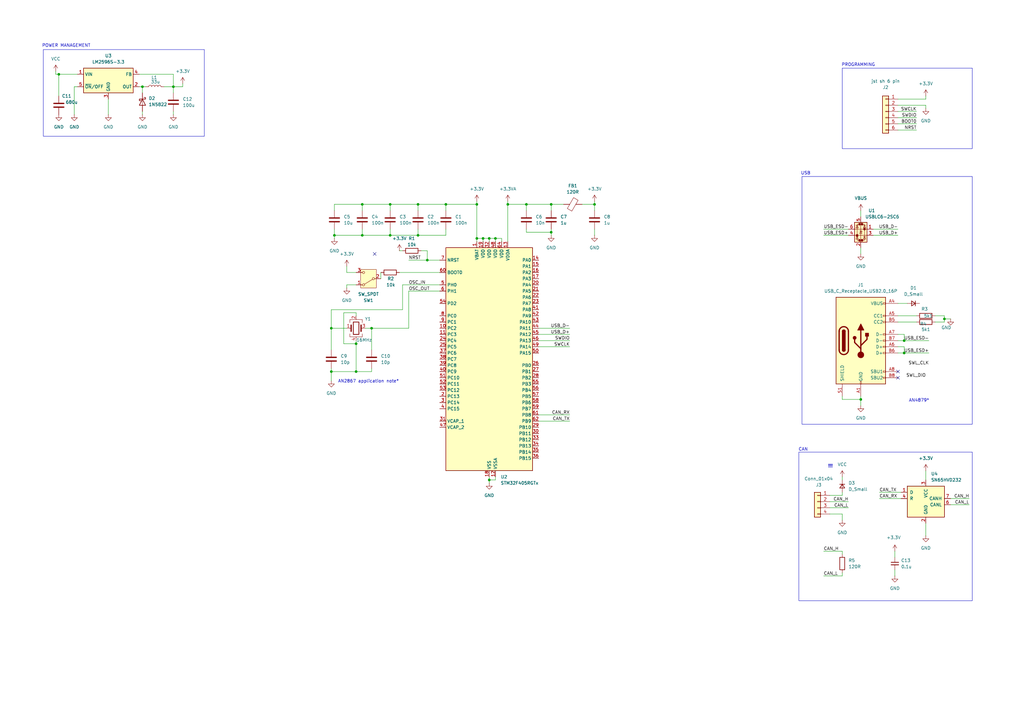
<source format=kicad_sch>
(kicad_sch (version 20250114) (generator "eeschema") (generator_version "9.0")
  (paper "A3")
  (lib_symbols
    (symbol "C_1" (pin_numbers (hide yes)) (pin_names (offset 0.254))
      (property "Reference" "C10" (at 3.81 1.2701 0))
      (property "Value" "C" (at 3.81 -1.2699 0))
      (symbol "C_1_0_1"
        (polyline (pts (xy -2.032 0.762) (xy 2.032 0.762)) (stroke (width 0.508)))
        (polyline (pts (xy -2.032 -0.762) (xy 2.032 -0.762)) (stroke (width 0.508)))
      )
      (symbol "C_1_1_1"
        (pin passive line (at 0 3.81 270) (length 2.794) (name "~") (number "1"))
        (pin passive line (at 0 -3.81 90) (length 2.794) (name "~") (number "2"))
      )
    )
    (symbol "Connector:USB_C_Receptacle_USB2.0_16P" (pin_names (offset 1.016))
      (property "Reference" "J" (at 0 22.225 0))
      (property "Value" "USB_C_Receptacle_USB2.0_16P" (at 0 19.685 0))
      (symbol "USB_C_Receptacle_USB2.0_16P_0_0"
        (rectangle (start -0.254 -17.78) (end 0.254 -16.764))
        (rectangle (start 10.16 15.494) (end 9.144 14.986))
        (rectangle (start 10.16 10.414) (end 9.144 9.906))
        (rectangle (start 10.16 7.874) (end 9.144 7.366))
        (rectangle (start 10.16 2.794) (end 9.144 2.286))
        (rectangle (start 10.16 0.254) (end 9.144 -0.254))
        (rectangle (start 10.16 -2.286) (end 9.144 -2.794))
        (rectangle (start 10.16 -4.826) (end 9.144 -5.334))
        (rectangle (start 10.16 -12.446) (end 9.144 -12.954))
        (rectangle (start 10.16 -14.986) (end 9.144 -15.494))
      )
      (symbol "USB_C_Receptacle_USB2.0_16P_0_1"
        (rectangle (start -10.16 17.78) (end 10.16 -17.78) (stroke (width 0.254)) (fill (type background)))
        (polyline (pts (xy -8.89 -3.81) (xy -8.89 3.81)) (stroke (width 0.508)))
        (rectangle (start -7.62 -3.81) (end -6.35 3.81) (stroke (width 0.254)) (fill (type outline)))
        (arc (start -7.62 3.81) (mid -6.985 4.4423) (end -6.35 3.81) (stroke (width 0.254)))
        (arc (start -7.62 3.81) (mid -6.985 4.4423) (end -6.35 3.81) (stroke (width 0.254)) (fill (type outline)))
        (arc (start -8.89 3.81) (mid -6.985 5.7067) (end -5.08 3.81) (stroke (width 0.508)))
        (arc (start -5.08 -3.81) (mid -6.985 -5.7067) (end -8.89 -3.81) (stroke (width 0.508)))
        (arc (start -6.35 -3.81) (mid -6.985 -4.4423) (end -7.62 -3.81) (stroke (width 0.254)))
        (arc (start -6.35 -3.81) (mid -6.985 -4.4423) (end -7.62 -3.81) (stroke (width 0.254)) (fill (type outline)))
        (polyline (pts (xy -5.08 3.81) (xy -5.08 -3.81)) (stroke (width 0.508)))
        (circle (center -2.54 1.143) (radius 0.635) (stroke (width 0.254)) (fill (type outline)))
        (polyline (pts (xy -1.27 4.318) (xy 0 6.858) (xy 1.27 4.318) (xy -1.27 4.318)) (stroke (width 0.254)) (fill (type outline)))
        (polyline (pts (xy 0 -2.032) (xy 2.54 0.508) (xy 2.54 1.778)) (stroke (width 0.508)))
        (polyline (pts (xy 0 -3.302) (xy -2.54 -0.762) (xy -2.54 0.508)) (stroke (width 0.508)))
        (polyline (pts (xy 0 -5.842) (xy 0 4.318)) (stroke (width 0.508)))
        (circle (center 0 -5.842) (radius 1.27) (fill (type outline)))
        (rectangle (start 1.905 1.778) (end 3.175 3.048) (stroke (width 0.254)) (fill (type outline)))
      )
      (symbol "USB_C_Receptacle_USB2.0_16P_1_1"
        (pin passive line (at -7.62 -22.86 90) (length 5.08) (name "SHIELD") (number "S1"))
        (pin passive line (at 0 -22.86 90) (length 5.08) (name "GND") (number "A1"))
        (pin passive line (at 0 -22.86 90) (length 5.08) (hide yes) (name "GND") (number "A12"))
        (pin passive line (at 0 -22.86 90) (length 5.08) (hide yes) (name "GND") (number "B1"))
        (pin passive line (at 0 -22.86 90) (length 5.08) (hide yes) (name "GND") (number "B12"))
        (pin passive line (at 15.24 15.24 180) (length 5.08) (name "VBUS") (number "A4"))
        (pin passive line (at 15.24 15.24 180) (length 5.08) (hide yes) (name "VBUS") (number "A9"))
        (pin passive line (at 15.24 15.24 180) (length 5.08) (hide yes) (name "VBUS") (number "B4"))
        (pin passive line (at 15.24 15.24 180) (length 5.08) (hide yes) (name "VBUS") (number "B9"))
        (pin bidirectional line (at 15.24 10.16 180) (length 5.08) (name "CC1") (number "A5"))
        (pin bidirectional line (at 15.24 7.62 180) (length 5.08) (name "CC2") (number "B5"))
        (pin bidirectional line (at 15.24 2.54 180) (length 5.08) (name "D-") (number "A7"))
        (pin bidirectional line (at 15.24 0 180) (length 5.08) (name "D-") (number "B7"))
        (pin bidirectional line (at 15.24 -2.54 180) (length 5.08) (name "D+") (number "A6"))
        (pin bidirectional line (at 15.24 -5.08 180) (length 5.08) (name "D+") (number "B6"))
        (pin bidirectional line (at 15.24 -12.7 180) (length 5.08) (name "SBU1") (number "A8"))
        (pin bidirectional line (at 15.24 -15.24 180) (length 5.08) (name "SBU2") (number "B8"))
      )
    )
    (symbol "Connector_Generic:Conn_01x04" (pin_names (offset 1.016) (hide yes))
      (property "Reference" "J" (at 0 5.08 0))
      (property "Value" "Conn_01x04" (at 0 -7.62 0))
      (symbol "Conn_01x04_1_1"
        (rectangle (start -1.27 3.81) (end 1.27 -6.35) (stroke (width 0.254)) (fill (type background)))
        (rectangle (start -1.27 2.667) (end 0 2.413) (stroke (width 0.1524)))
        (rectangle (start -1.27 0.127) (end 0 -0.127) (stroke (width 0.1524)))
        (rectangle (start -1.27 -2.413) (end 0 -2.667) (stroke (width 0.1524)))
        (rectangle (start -1.27 -4.953) (end 0 -5.207) (stroke (width 0.1524)))
        (pin passive line (at -5.08 2.54 0) (length 3.81) (name "Pin_1") (number "1"))
        (pin passive line (at -5.08 0 0) (length 3.81) (name "Pin_2") (number "2"))
        (pin passive line (at -5.08 -2.54 0) (length 3.81) (name "Pin_3") (number "3"))
        (pin passive line (at -5.08 -5.08 0) (length 3.81) (name "Pin_4") (number "4"))
      )
    )
    (symbol "Connector_Generic:Conn_01x06" (pin_names (offset 1.016) (hide yes))
      (property "Reference" "J" (at 0 7.62 0))
      (property "Value" "Conn_01x06" (at 0 -10.16 0))
      (symbol "Conn_01x06_1_1"
        (rectangle (start -1.27 6.35) (end 1.27 -8.89) (stroke (width 0.254)) (fill (type background)))
        (rectangle (start -1.27 5.207) (end 0 4.953) (stroke (width 0.1524)))
        (rectangle (start -1.27 2.667) (end 0 2.413) (stroke (width 0.1524)))
        (rectangle (start -1.27 0.127) (end 0 -0.127) (stroke (width 0.1524)))
        (rectangle (start -1.27 -2.413) (end 0 -2.667) (stroke (width 0.1524)))
        (rectangle (start -1.27 -4.953) (end 0 -5.207) (stroke (width 0.1524)))
        (rectangle (start -1.27 -7.493) (end 0 -7.747) (stroke (width 0.1524)))
        (pin passive line (at -5.08 5.08 0) (length 3.81) (name "Pin_1") (number "1"))
        (pin passive line (at -5.08 2.54 0) (length 3.81) (name "Pin_2") (number "2"))
        (pin passive line (at -5.08 0 0) (length 3.81) (name "Pin_3") (number "3"))
        (pin passive line (at -5.08 -2.54 0) (length 3.81) (name "Pin_4") (number "4"))
        (pin passive line (at -5.08 -5.08 0) (length 3.81) (name "Pin_5") (number "5"))
        (pin passive line (at -5.08 -7.62 0) (length 3.81) (name "Pin_6") (number "6"))
      )
    )
    (symbol "Device:C" (pin_numbers (hide yes)) (pin_names (offset 0.254))
      (property "Reference" "C" (at 0.635 2.54 0))
      (property "Value" "C" (at 0.635 -2.54 0))
      (symbol "C_0_1"
        (polyline (pts (xy -2.032 0.762) (xy 2.032 0.762)) (stroke (width 0.508)))
        (polyline (pts (xy -2.032 -0.762) (xy 2.032 -0.762)) (stroke (width 0.508)))
      )
      (symbol "C_1_1"
        (pin passive line (at 0 3.81 270) (length 2.794) (name "~") (number "1"))
        (pin passive line (at 0 -3.81 90) (length 2.794) (name "~") (number "2"))
      )
    )
    (symbol "Device:C_Small" (pin_numbers (hide yes)) (pin_names (offset 0.254) (hide yes))
      (property "Reference" "C" (at 0.254 1.778 0))
      (property "Value" "C_Small" (at 0.254 -2.032 0))
      (symbol "C_Small_0_1"
        (polyline (pts (xy -1.524 0.508) (xy 1.524 0.508)) (stroke (width 0.3048)))
        (polyline (pts (xy -1.524 -0.508) (xy 1.524 -0.508)) (stroke (width 0.3302)))
      )
      (symbol "C_Small_1_1"
        (pin passive line (at 0 2.54 270) (length 2.032) (name "~") (number "1"))
        (pin passive line (at 0 -2.54 90) (length 2.032) (name "~") (number "2"))
      )
    )
    (symbol "Device:Crystal_GND24" (pin_names (offset 1.016) (hide yes))
      (property "Reference" "Y" (at 3.175 5.08 0))
      (property "Value" "Crystal_GND24" (at 3.175 3.175 0))
      (symbol "Crystal_GND24_0_1"
        (polyline (pts (xy -2.54 2.286) (xy -2.54 3.556) (xy 2.54 3.556) (xy 2.54 2.286)))
        (polyline (pts (xy -2.54 0) (xy -2.032 0)))
        (polyline (pts (xy -2.54 -2.286) (xy -2.54 -3.556) (xy 2.54 -3.556) (xy 2.54 -2.286)))
        (polyline (pts (xy -2.032 -1.27) (xy -2.032 1.27)) (stroke (width 0.508)))
        (rectangle (start -1.143 2.54) (end 1.143 -2.54) (stroke (width 0.3048)))
        (polyline (pts (xy 0 3.556) (xy 0 3.81)))
        (polyline (pts (xy 0 -3.81) (xy 0 -3.556)))
        (polyline (pts (xy 2.032 0) (xy 2.54 0)))
        (polyline (pts (xy 2.032 -1.27) (xy 2.032 1.27)) (stroke (width 0.508)))
      )
      (symbol "Crystal_GND24_1_1"
        (pin passive line (at -3.81 0 0) (length 1.27) (name "1") (number "1"))
        (pin passive line (at 0 5.08 270) (length 1.27) (name "2") (number "2"))
        (pin passive line (at 0 -5.08 90) (length 1.27) (name "4") (number "4"))
        (pin passive line (at 3.81 0 180) (length 1.27) (name "3") (number "3"))
      )
    )
    (symbol "Device:D_Small" (pin_numbers (hide yes)) (pin_names (offset 0.254) (hide yes))
      (property "Reference" "D" (at -1.27 2.032 0))
      (property "Value" "D_Small" (at -3.81 -2.032 0))
      (symbol "D_Small_0_1"
        (polyline (pts (xy -0.762 0) (xy 0.762 0)))
        (polyline (pts (xy -0.762 -1.016) (xy -0.762 1.016)) (stroke (width 0.254)))
        (polyline (pts (xy 0.762 -1.016) (xy -0.762 0) (xy 0.762 1.016) (xy 0.762 -1.016)) (stroke (width 0.254)))
      )
      (symbol "D_Small_1_1"
        (pin passive line (at -2.54 0 0) (length 1.778) (name "K") (number "1"))
        (pin passive line (at 2.54 0 180) (length 1.778) (name "A") (number "2"))
      )
    )
    (symbol "Device:FerriteBead" (pin_numbers (hide yes)) (pin_names (offset 0))
      (property "Reference" "FB" (at -3.81 0.635 90))
      (property "Value" "FerriteBead" (at 3.81 0 90))
      (symbol "FerriteBead_0_1"
        (polyline (pts (xy -2.7686 0.4064) (xy -1.7018 2.2606) (xy 2.7686 -0.3048) (xy 1.6764 -2.159) (xy -2.7686 0.4064)))
        (polyline (pts (xy 0 1.27) (xy 0 1.2954)))
        (polyline (pts (xy 0 -1.27) (xy 0 -1.2192)))
      )
      (symbol "FerriteBead_1_1"
        (pin passive line (at 0 3.81 270) (length 2.54) (name "~") (number "1"))
        (pin passive line (at 0 -3.81 90) (length 2.54) (name "~") (number "2"))
      )
    )
    (symbol "Device:L" (pin_numbers (hide yes)) (pin_names (offset 1.016) (hide yes))
      (property "Reference" "L" (at -1.27 0 90))
      (property "Value" "L" (at 1.905 0 90))
      (symbol "L_0_1"
        (arc (start 0 2.54) (mid 0.6323 1.905) (end 0 1.27))
        (arc (start 0 1.27) (mid 0.6323 0.635) (end 0 0))
        (arc (start 0 0) (mid 0.6323 -0.635) (end 0 -1.27))
        (arc (start 0 -1.27) (mid 0.6323 -1.905) (end 0 -2.54))
      )
      (symbol "L_1_1"
        (pin passive line (at 0 3.81 270) (length 1.27) (name "1") (number "1"))
        (pin passive line (at 0 -3.81 90) (length 1.27) (name "2") (number "2"))
      )
    )
    (symbol "Device:R" (pin_numbers (hide yes)) (pin_names (offset 0))
      (property "Reference" "R" (at 2.032 0 90))
      (property "Value" "R" (at 0 0 90))
      (symbol "R_0_1"
        (rectangle (start -1.016 -2.54) (end 1.016 2.54) (stroke (width 0.254)))
      )
      (symbol "R_1_1"
        (pin passive line (at 0 3.81 270) (length 1.27) (name "~") (number "1"))
        (pin passive line (at 0 -3.81 90) (length 1.27) (name "~") (number "2"))
      )
    )
    (symbol "Diode:1N5822" (pin_numbers (hide yes)) (pin_names (offset 1.016) (hide yes))
      (property "Reference" "D" (at 0 2.54 0))
      (property "Value" "1N5822" (at 0 -2.54 0))
      (symbol "1N5822_0_1"
        (polyline (pts (xy -1.905 0.635) (xy -1.905 1.27) (xy -1.27 1.27) (xy -1.27 -1.27) (xy -0.635 -1.27) (xy -0.635 -0.635)) (stroke (width 0.254)))
        (polyline (pts (xy 1.27 1.27) (xy 1.27 -1.27) (xy -1.27 0) (xy 1.27 1.27)) (stroke (width 0.254)))
        (polyline (pts (xy 1.27 0) (xy -1.27 0)))
      )
      (symbol "1N5822_1_1"
        (pin passive line (at -3.81 0 0) (length 2.54) (name "K") (number "1"))
        (pin passive line (at 3.81 0 180) (length 2.54) (name "A") (number "2"))
      )
    )
    (symbol "Interface_CAN_LIN:SN65HVD232" (pin_names (offset 1.016))
      (property "Reference" "U" (at -2.54 10.16 0))
      (property "Value" "SN65HVD232" (at -2.54 7.62 0))
      (symbol "SN65HVD232_0_1"
        (rectangle (start -7.62 5.08) (end 7.62 -7.62) (stroke (width 0.254)) (fill (type background)))
      )
      (symbol "SN65HVD232_1_1"
        (pin input line (at -10.16 2.54 0) (length 2.54) (name "D") (number "1"))
        (pin output line (at -10.16 0 0) (length 2.54) (name "R") (number "4"))
        (pin no_connect line (at -7.62 -2.54 0) (length 2.54) (hide yes) (name "NC") (number "5"))
        (pin no_connect line (at -7.62 -5.08 0) (length 2.54) (hide yes) (name "NC") (number "8"))
        (pin power_in line (at 0 7.62 270) (length 2.54) (name "VCC") (number "3"))
        (pin power_in line (at 0 -10.16 90) (length 2.54) (name "GND") (number "2"))
        (pin bidirectional line (at 10.16 0 180) (length 2.54) (name "CANH") (number "7"))
        (pin bidirectional line (at 10.16 -2.54 180) (length 2.54) (name "CANL") (number "6"))
      )
    )
    (symbol "MCU_ST_STM32F4:STM32F405RGTx"
      (property "Reference" "U" (at -17.78 46.99 0))
      (property "Value" "STM32F405RGTx" (at 10.16 46.99 0))
      (symbol "STM32F405RGTx_0_1"
        (rectangle (start -17.78 -45.72) (end 17.78 45.72) (stroke (width 0.254)) (fill (type background)))
      )
      (symbol "STM32F405RGTx_1_1"
        (pin input line (at -20.32 40.64 0) (length 2.54) (name "NRST") (number "7"))
        (pin input line (at -20.32 35.56 0) (length 2.54) (name "BOOT0") (number "60"))
        (pin bidirectional line (at -20.32 30.48 0) (length 2.54) (name "PH0") (number "5"))
        (pin bidirectional line (at -20.32 27.94 0) (length 2.54) (name "PH1") (number "6"))
        (pin bidirectional line (at -20.32 22.86 0) (length 2.54) (name "PD2") (number "54"))
        (pin bidirectional line (at -20.32 17.78 0) (length 2.54) (name "PC0") (number "8"))
        (pin bidirectional line (at -20.32 15.24 0) (length 2.54) (name "PC1") (number "9"))
        (pin bidirectional line (at -20.32 12.7 0) (length 2.54) (name "PC2") (number "10"))
        (pin bidirectional line (at -20.32 10.16 0) (length 2.54) (name "PC3") (number "11"))
        (pin bidirectional line (at -20.32 7.62 0) (length 2.54) (name "PC4") (number "24"))
        (pin bidirectional line (at -20.32 5.08 0) (length 2.54) (name "PC5") (number "25"))
        (pin bidirectional line (at -20.32 2.54 0) (length 2.54) (name "PC6") (number "37"))
        (pin bidirectional line (at -20.32 0 0) (length 2.54) (name "PC7") (number "38"))
        (pin bidirectional line (at -20.32 -2.54 0) (length 2.54) (name "PC8") (number "39"))
        (pin bidirectional line (at -20.32 -5.08 0) (length 2.54) (name "PC9") (number "40"))
        (pin bidirectional line (at -20.32 -7.62 0) (length 2.54) (name "PC10") (number "51"))
        (pin bidirectional line (at -20.32 -10.16 0) (length 2.54) (name "PC11") (number "52"))
        (pin bidirectional line (at -20.32 -12.7 0) (length 2.54) (name "PC12") (number "53"))
        (pin bidirectional line (at -20.32 -15.24 0) (length 2.54) (name "PC13") (number "2"))
        (pin bidirectional line (at -20.32 -17.78 0) (length 2.54) (name "PC14") (number "3"))
        (pin bidirectional line (at -20.32 -20.32 0) (length 2.54) (name "PC15") (number "4"))
        (pin power_out line (at -20.32 -25.4 0) (length 2.54) (name "VCAP_1") (number "31"))
        (pin power_out line (at -20.32 -27.94 0) (length 2.54) (name "VCAP_2") (number "47"))
        (pin power_in line (at -5.08 48.26 270) (length 2.54) (name "VBAT") (number "1"))
        (pin power_in line (at -2.54 48.26 270) (length 2.54) (name "VDD") (number "19"))
        (pin power_in line (at 0 48.26 270) (length 2.54) (name "VDD") (number "32"))
        (pin power_in line (at 0 -48.26 90) (length 2.54) (name "VSS") (number "18"))
        (pin passive line (at 0 -48.26 90) (length 2.54) (hide yes) (name "VSS") (number "63"))
        (pin power_in line (at 2.54 48.26 270) (length 2.54) (name "VDD") (number "48"))
        (pin power_in line (at 2.54 -48.26 90) (length 2.54) (name "VSSA") (number "12"))
        (pin power_in line (at 5.08 48.26 270) (length 2.54) (name "VDD") (number "64"))
        (pin power_in line (at 7.62 48.26 270) (length 2.54) (name "VDDA") (number "13"))
        (pin bidirectional line (at 20.32 40.64 180) (length 2.54) (name "PA0") (number "14"))
        (pin bidirectional line (at 20.32 38.1 180) (length 2.54) (name "PA1") (number "15"))
        (pin bidirectional line (at 20.32 35.56 180) (length 2.54) (name "PA2") (number "16"))
        (pin bidirectional line (at 20.32 33.02 180) (length 2.54) (name "PA3") (number "17"))
        (pin bidirectional line (at 20.32 30.48 180) (length 2.54) (name "PA4") (number "20"))
        (pin bidirectional line (at 20.32 27.94 180) (length 2.54) (name "PA5") (number "21"))
        (pin bidirectional line (at 20.32 25.4 180) (length 2.54) (name "PA6") (number "22"))
        (pin bidirectional line (at 20.32 22.86 180) (length 2.54) (name "PA7") (number "23"))
        (pin bidirectional line (at 20.32 20.32 180) (length 2.54) (name "PA8") (number "41"))
        (pin bidirectional line (at 20.32 17.78 180) (length 2.54) (name "PA9") (number "42"))
        (pin bidirectional line (at 20.32 15.24 180) (length 2.54) (name "PA10") (number "43"))
        (pin bidirectional line (at 20.32 12.7 180) (length 2.54) (name "PA11") (number "44"))
        (pin bidirectional line (at 20.32 10.16 180) (length 2.54) (name "PA12") (number "45"))
        (pin bidirectional line (at 20.32 7.62 180) (length 2.54) (name "PA13") (number "46"))
        (pin bidirectional line (at 20.32 5.08 180) (length 2.54) (name "PA14") (number "49"))
        (pin bidirectional line (at 20.32 2.54 180) (length 2.54) (name "PA15") (number "50"))
        (pin bidirectional line (at 20.32 -2.54 180) (length 2.54) (name "PB0") (number "26"))
        (pin bidirectional line (at 20.32 -5.08 180) (length 2.54) (name "PB1") (number "27"))
        (pin bidirectional line (at 20.32 -7.62 180) (length 2.54) (name "PB2") (number "28"))
        (pin bidirectional line (at 20.32 -10.16 180) (length 2.54) (name "PB3") (number "55"))
        (pin bidirectional line (at 20.32 -12.7 180) (length 2.54) (name "PB4") (number "56"))
        (pin bidirectional line (at 20.32 -15.24 180) (length 2.54) (name "PB5") (number "57"))
        (pin bidirectional line (at 20.32 -17.78 180) (length 2.54) (name "PB6") (number "58"))
        (pin bidirectional line (at 20.32 -20.32 180) (length 2.54) (name "PB7") (number "59"))
        (pin bidirectional line (at 20.32 -22.86 180) (length 2.54) (name "PB8") (number "61"))
        (pin bidirectional line (at 20.32 -25.4 180) (length 2.54) (name "PB9") (number "62"))
        (pin bidirectional line (at 20.32 -27.94 180) (length 2.54) (name "PB10") (number "29"))
        (pin bidirectional line (at 20.32 -30.48 180) (length 2.54) (name "PB11") (number "30"))
        (pin bidirectional line (at 20.32 -33.02 180) (length 2.54) (name "PB12") (number "33"))
        (pin bidirectional line (at 20.32 -35.56 180) (length 2.54) (name "PB13") (number "34"))
        (pin bidirectional line (at 20.32 -38.1 180) (length 2.54) (name "PB14") (number "35"))
        (pin bidirectional line (at 20.32 -40.64 180) (length 2.54) (name "PB15") (number "36"))
      )
    )
    (symbol "Power_Protection:USBLC6-2SC6" (pin_names (hide yes))
      (property "Reference" "U" (at 0.635 5.715 0))
      (property "Value" "USBLC6-2SC6" (at 0.635 3.81 0))
      (symbol "USBLC6-2SC6_0_0"
        (circle (center -1.524 0) (radius 0.0001) (stroke (width 0.508)))
        (circle (center -0.508 2.032) (radius 0.0001) (stroke (width 0.508)))
        (circle (center -0.508 -4.572) (radius 0.0001) (stroke (width 0.508)))
        (circle (center 0.508 2.032) (radius 0.0001) (stroke (width 0.508)))
        (circle (center 0.508 -4.572) (radius 0.0001) (stroke (width 0.508)))
        (circle (center 1.524 -2.54) (radius 0.0001) (stroke (width 0.508)))
      )
      (symbol "USBLC6-2SC6_0_1"
        (polyline (pts (xy -2.54 0) (xy 2.54 0)))
        (polyline (pts (xy -2.54 -2.54) (xy 2.54 -2.54)))
        (polyline (pts (xy -2.032 0.508) (xy -1.016 0.508) (xy -1.524 1.524) (xy -2.032 0.508)))
        (polyline (pts (xy -2.032 -3.048) (xy -1.016 -3.048)))
        (polyline (pts (xy -1.016 1.524) (xy -2.032 1.524)))
        (polyline (pts (xy -1.016 -4.064) (xy -2.032 -4.064) (xy -1.524 -3.048) (xy -1.016 -4.064)))
        (polyline (pts (xy -0.508 -1.143) (xy -0.508 -0.762) (xy 0.508 -0.762)))
        (polyline (pts (xy 0 2.54) (xy -0.508 2.032) (xy 0.508 2.032) (xy 0 1.524) (xy 0 -4.064) (xy -0.508 -4.572) (xy 0.508 -4.572) (xy 0 -5.08)))
        (polyline (pts (xy 0.508 -1.778) (xy -0.508 -1.778) (xy 0 -0.762) (xy 0.508 -1.778)))
        (polyline (pts (xy 1.016 1.524) (xy 2.032 1.524)))
        (polyline (pts (xy 1.016 -3.048) (xy 2.032 -3.048)))
        (polyline (pts (xy 2.032 0.508) (xy 1.016 0.508) (xy 1.524 1.524) (xy 2.032 0.508)))
        (polyline (pts (xy 2.032 -4.064) (xy 1.016 -4.064) (xy 1.524 -3.048) (xy 2.032 -4.064)))
      )
      (symbol "USBLC6-2SC6_1_1"
        (rectangle (start -2.54 2.794) (end 2.54 -5.334) (stroke (width 0.254)) (fill (type background)))
        (polyline (pts (xy -0.508 2.032) (xy -1.524 2.032) (xy -1.524 -4.572) (xy -0.508 -4.572)))
        (polyline (pts (xy 0.508 -4.572) (xy 1.524 -4.572) (xy 1.524 2.032) (xy 0.508 2.032)))
        (pin passive line (at -5.08 0 0) (length 2.54) (name "I/O1") (number "1"))
        (pin passive line (at -5.08 -2.54 0) (length 2.54) (name "I/O2") (number "3"))
        (pin passive line (at 0 5.08 270) (length 2.54) (name "VBUS") (number "5"))
        (pin passive line (at 0 -7.62 90) (length 2.54) (name "GND") (number "2"))
        (pin passive line (at 5.08 0 180) (length 2.54) (name "I/O1") (number "6"))
        (pin passive line (at 5.08 -2.54 180) (length 2.54) (name "I/O2") (number "4"))
      )
    )
    (symbol "Regulator_Switching:LM2596S-3.3"
      (property "Reference" "U" (at -10.16 6.35 0))
      (property "Value" "LM2596S-3.3" (at 0 6.35 0))
      (symbol "LM2596S-3.3_0_1"
        (rectangle (start -10.16 5.08) (end 10.16 -5.08) (stroke (width 0.254)) (fill (type background)))
      )
      (symbol "LM2596S-3.3_1_1"
        (pin power_in line (at -12.7 2.54 0) (length 2.54) (name "VIN") (number "1"))
        (pin input line (at -12.7 -2.54 0) (length 2.54) (name "~{ON}/OFF") (number "5"))
        (pin power_in line (at 0 -7.62 90) (length 2.54) (name "GND") (number "3"))
        (pin input line (at 12.7 2.54 180) (length 2.54) (name "FB") (number "4"))
        (pin output line (at 12.7 -2.54 180) (length 2.54) (name "OUT") (number "2"))
      )
    )
    (symbol "Switch:SW_SPDT" (pin_names (offset 0) (hide yes))
      (property "Reference" "SW" (at 0 5.08 0))
      (property "Value" "SW_SPDT" (at 0 -5.08 0))
      (symbol "SW_SPDT_0_1"
        (circle (center -2.032 0) (radius 0.4572))
        (polyline (pts (xy -1.651 0.254) (xy 1.651 2.286)))
        (circle (center 2.032 2.54) (radius 0.4572))
        (circle (center 2.032 -2.54) (radius 0.4572))
      )
      (symbol "SW_SPDT_1_1"
        (rectangle (start -3.175 3.81) (end 3.175 -3.81) (fill (type background)))
        (pin passive line (at -5.08 0 0) (length 2.54) (name "B") (number "2"))
        (pin passive line (at 5.08 2.54 180) (length 2.54) (name "A") (number "1"))
        (pin passive line (at 5.08 -2.54 180) (length 2.54) (name "C") (number "3"))
      )
    )
    (symbol "power:+3.3V" (power) (pin_numbers (hide yes)) (pin_names (offset 0) (hide yes))
      (property "Value" "+3.3V" (at 0 3.556 0))
      (symbol "+3.3V_0_1"
        (polyline (pts (xy -0.762 1.27) (xy 0 2.54)))
        (polyline (pts (xy 0 2.54) (xy 0.762 1.27)))
        (polyline (pts (xy 0 0) (xy 0 2.54)))
      )
      (symbol "+3.3V_1_1"
        (pin power_in line (at 0 0 90) (length 0) (name "~") (number "1"))
      )
    )
    (symbol "power:+3.3VA" (power) (pin_numbers (hide yes)) (pin_names (offset 0) (hide yes))
      (property "Value" "+3.3VA" (at 0 3.556 0))
      (symbol "+3.3VA_0_1"
        (polyline (pts (xy -0.762 1.27) (xy 0 2.54)))
        (polyline (pts (xy 0 2.54) (xy 0.762 1.27)))
        (polyline (pts (xy 0 0) (xy 0 2.54)))
      )
      (symbol "+3.3VA_1_1"
        (pin power_in line (at 0 0 90) (length 0) (name "~") (number "1"))
      )
    )
    (symbol "power:GND" (power) (pin_numbers (hide yes)) (pin_names (offset 0) (hide yes))
      (property "Value" "GND" (at 0 -3.81 0))
      (symbol "GND_0_1"
        (polyline (pts (xy 0 0) (xy 0 -1.27) (xy 1.27 -1.27) (xy 0 -2.54) (xy -1.27 -1.27) (xy 0 -1.27)))
      )
      (symbol "GND_1_1"
        (pin power_in line (at 0 0 270) (length 0) (name "~") (number "1"))
      )
    )
    (symbol "power:VBUS" (power) (pin_numbers (hide yes)) (pin_names (offset 0) (hide yes))
      (property "Value" "VBUS" (at 0 3.556 0))
      (symbol "VBUS_0_1"
        (polyline (pts (xy -0.762 1.27) (xy 0 2.54)))
        (polyline (pts (xy 0 2.54) (xy 0.762 1.27)))
        (polyline (pts (xy 0 0) (xy 0 2.54)))
      )
      (symbol "VBUS_1_1"
        (pin power_in line (at 0 0 90) (length 0) (name "~") (number "1"))
      )
    )
    (symbol "power:VCC" (power) (pin_numbers (hide yes)) (pin_names (offset 0) (hide yes))
      (property "Value" "VCC" (at 0 3.556 0))
      (symbol "VCC_0_1"
        (polyline (pts (xy -0.762 1.27) (xy 0 2.54)))
        (polyline (pts (xy 0 2.54) (xy 0.762 1.27)))
        (polyline (pts (xy 0 0) (xy 0 2.54)))
      )
      (symbol "VCC_1_1"
        (pin power_in line (at 0 0 90) (length 0) (name "~") (number "1"))
      )
    )
  )
  (rectangle (start 327.66 185.42) (end 398.78 246.38))
  (rectangle (start 345.44 27.94) (end 398.78 60.96))
  (rectangle (start 328.93 72.39) (end 398.78 173.99))
  (rectangle (start 17.78 20.32) (end 83.82 55.88))
  (text "POWER MANAGEMENT" (at 27.178 18.796 0) (effects (font (size 1.27 1.27))))
  (text "AN4879*\n" (at 376.936 164.338 0) (effects (font (size 1.27 1.27))))
  (text "USB" (at 330.454 71.12 0) (effects (font (size 1.27 1.27))))
  (text "!!!\n" (at 340.614 191.262 0) (effects (font (size 1.27 1.27))))
  (text "AN2867 application note*\n" (at 151.13 156.464 0) (effects (font (size 1.27 1.27))))
  (text "CAN\n" (at 329.438 184.404 0) (effects (font (size 1.27 1.27))))
  (text "PROGRAMMING\n" (at 352.044 26.67 0) (effects (font (size 1.27 1.27))))
  (junction (at 24.13 30.48))
  (junction (at 148.59 83.82))
  (junction (at 171.45 96.52))
  (junction (at 160.02 83.82))
  (junction (at 160.02 96.52))
  (junction (at 353.06 163.83))
  (junction (at 171.45 83.82))
  (junction (at 370.84 139.7))
  (junction (at 195.58 83.82))
  (junction (at 175.26 106.68))
  (junction (at 226.06 83.82))
  (junction (at 208.28 83.82))
  (junction (at 200.66 196.85))
  (junction (at 215.9 83.82))
  (junction (at 146.05 140.97))
  (junction (at 135.89 134.62))
  (junction (at 203.2 97.79))
  (junction (at 387.35 130.81))
  (junction (at 58.42 35.56))
  (junction (at 148.59 96.52))
  (junction (at 226.06 95.25))
  (junction (at 135.89 152.4))
  (junction (at 146.05 152.4))
  (junction (at 370.84 144.78))
  (junction (at 200.66 97.79))
  (junction (at 198.12 97.79))
  (junction (at 182.88 83.82))
  (junction (at 71.12 35.56))
  (junction (at 195.58 97.79))
  (junction (at 152.4 134.62))
  (junction (at 243.84 83.82))
  (junction (at 137.16 96.52))
  (no_connect (at 153.67 104.14))
  (no_connect (at 368.3 152.4))
  (no_connect (at 368.3 154.94))
  (wire (pts (xy 353.06 101.6) (xy 353.06 104.14)))
  (wire (pts (xy 200.66 97.79) (xy 198.12 97.79)))
  (wire (pts (xy 368.3 124.46) (xy 372.11 124.46)))
  (wire (pts (xy 345.44 201.93) (xy 345.44 203.2)))
  (wire (pts (xy 383.54 132.08) (xy 387.35 132.08)))
  (wire (pts (xy 226.06 95.25) (xy 226.06 93.98)))
  (wire (pts (xy 203.2 196.85) (xy 200.66 196.85)))
  (wire (pts (xy 135.89 152.4) (xy 135.89 156.21)))
  (wire (pts (xy 379.73 39.37) (xy 379.73 40.64)))
  (wire (pts (xy 243.84 83.82) (xy 243.84 86.36)))
  (wire (pts (xy 156.21 111.76) (xy 156.21 114.3)))
  (wire (pts (xy 152.4 151.13) (xy 152.4 152.4)))
  (wire (pts (xy 203.2 99.06) (xy 203.2 97.79)))
  (wire (pts (xy 160.02 83.82) (xy 148.59 83.82)))
  (wire (pts (xy 135.89 134.62) (xy 135.89 127)))
  (wire (pts (xy 368.3 43.18) (xy 379.73 43.18)))
  (wire (pts (xy 71.12 35.56) (xy 74.93 35.56)))
  (wire (pts (xy 389.89 207.01) (xy 397.51 207.01)))
  (wire (pts (xy 379.73 193.04) (xy 379.73 196.85)))
  (wire (pts (xy 31.75 35.56) (xy 30.48 35.56)))
  (wire (pts (xy 140.97 128.27) (xy 140.97 140.97)))
  (wire (pts (xy 215.9 83.82) (xy 215.9 86.36)))
  (wire (pts (xy 137.16 93.98) (xy 137.16 96.52)))
  (wire (pts (xy 337.82 93.98) (xy 347.98 93.98)))
  (wire (pts (xy 208.28 83.82) (xy 208.28 99.06)))
  (wire (pts (xy 180.34 119.38) (xy 167.64 119.38)))
  (wire (pts (xy 383.54 129.54) (xy 387.35 129.54)))
  (wire (pts (xy 58.42 35.56) (xy 58.42 38.1)))
  (wire (pts (xy 226.06 96.52) (xy 226.06 95.25)))
  (wire (pts (xy 205.74 99.06) (xy 205.74 97.79)))
  (wire (pts (xy 198.12 97.79) (xy 195.58 97.79)))
  (wire (pts (xy 44.45 40.64) (xy 44.45 46.99)))
  (wire (pts (xy 57.15 35.56) (xy 58.42 35.56)))
  (wire (pts (xy 368.3 53.34) (xy 375.92 53.34)))
  (wire (pts (xy 226.06 83.82) (xy 215.9 83.82)))
  (wire (pts (xy 146.05 139.7) (xy 146.05 140.97)))
  (wire (pts (xy 71.12 45.72) (xy 71.12 46.99)))
  (wire (pts (xy 375.92 132.08) (xy 368.3 132.08)))
  (wire (pts (xy 172.72 102.87) (xy 175.26 102.87)))
  (wire (pts (xy 135.89 151.13) (xy 135.89 152.4)))
  (wire (pts (xy 58.42 35.56) (xy 59.69 35.56)))
  (wire (pts (xy 353.06 86.36) (xy 353.06 88.9)))
  (wire (pts (xy 148.59 83.82) (xy 137.16 83.82)))
  (wire (pts (xy 345.44 162.56) (xy 345.44 163.83)))
  (wire (pts (xy 142.24 118.11) (xy 142.24 116.84)))
  (wire (pts (xy 340.36 208.28) (xy 347.98 208.28)))
  (wire (pts (xy 379.73 43.18) (xy 379.73 44.45)))
  (wire (pts (xy 165.1 116.84) (xy 180.34 116.84)))
  (wire (pts (xy 353.06 162.56) (xy 353.06 163.83)))
  (wire (pts (xy 71.12 30.48) (xy 71.12 35.56)))
  (wire (pts (xy 208.28 83.82) (xy 215.9 83.82)))
  (wire (pts (xy 345.44 195.58) (xy 345.44 196.85)))
  (wire (pts (xy 345.44 203.2) (xy 340.36 203.2)))
  (wire (pts (xy 243.84 82.55) (xy 243.84 83.82)))
  (wire (pts (xy 140.97 140.97) (xy 146.05 140.97)))
  (wire (pts (xy 243.84 93.98) (xy 243.84 96.52)))
  (wire (pts (xy 358.14 96.52) (xy 368.3 96.52)))
  (wire (pts (xy 195.58 82.55) (xy 195.58 83.82)))
  (wire (pts (xy 135.89 127) (xy 165.1 127)))
  (wire (pts (xy 226.06 86.36) (xy 226.06 83.82)))
  (wire (pts (xy 135.89 143.51) (xy 135.89 134.62)))
  (wire (pts (xy 146.05 128.27) (xy 140.97 128.27)))
  (wire (pts (xy 30.48 35.56) (xy 30.48 46.99)))
  (wire (pts (xy 345.44 236.22) (xy 337.82 236.22)))
  (wire (pts (xy 220.98 170.18) (xy 233.68 170.18)))
  (wire (pts (xy 368.3 40.64) (xy 379.73 40.64)))
  (wire (pts (xy 353.06 163.83) (xy 353.06 166.37)))
  (wire (pts (xy 220.98 137.16) (xy 233.68 137.16)))
  (wire (pts (xy 379.73 214.63) (xy 379.73 219.71)))
  (wire (pts (xy 137.16 96.52) (xy 148.59 96.52)))
  (wire (pts (xy 220.98 172.72) (xy 233.68 172.72)))
  (wire (pts (xy 137.16 83.82) (xy 137.16 86.36)))
  (wire (pts (xy 160.02 96.52) (xy 171.45 96.52)))
  (wire (pts (xy 389.89 204.47) (xy 397.51 204.47)))
  (wire (pts (xy 200.66 196.85) (xy 200.66 198.12)))
  (wire (pts (xy 368.3 50.8) (xy 375.92 50.8)))
  (wire (pts (xy 58.42 45.72) (xy 58.42 46.99)))
  (wire (pts (xy 375.92 129.54) (xy 368.3 129.54)))
  (wire (pts (xy 243.84 83.82) (xy 238.76 83.82)))
  (wire (pts (xy 226.06 83.82) (xy 231.14 83.82)))
  (wire (pts (xy 71.12 35.56) (xy 71.12 38.1)))
  (wire (pts (xy 163.83 111.76) (xy 180.34 111.76)))
  (wire (pts (xy 220.98 134.62) (xy 233.68 134.62)))
  (wire (pts (xy 360.68 201.93) (xy 369.57 201.93)))
  (wire (pts (xy 345.44 226.06) (xy 345.44 227.33)))
  (wire (pts (xy 171.45 96.52) (xy 171.45 93.98)))
  (wire (pts (xy 22.86 29.21) (xy 22.86 30.48)))
  (wire (pts (xy 387.35 130.81) (xy 387.35 132.08)))
  (wire (pts (xy 215.9 95.25) (xy 215.9 93.98)))
  (wire (pts (xy 152.4 152.4) (xy 146.05 152.4)))
  (wire (pts (xy 195.58 97.79) (xy 195.58 99.06)))
  (wire (pts (xy 195.58 83.82) (xy 195.58 97.79)))
  (wire (pts (xy 387.35 129.54) (xy 387.35 130.81)))
  (wire (pts (xy 22.86 30.48) (xy 24.13 30.48)))
  (wire (pts (xy 175.26 106.68) (xy 180.34 106.68)))
  (wire (pts (xy 368.3 48.26) (xy 375.92 48.26)))
  (wire (pts (xy 142.24 116.84) (xy 146.05 116.84)))
  (wire (pts (xy 149.86 134.62) (xy 152.4 134.62)))
  (wire (pts (xy 368.3 45.72) (xy 375.92 45.72)))
  (wire (pts (xy 370.84 144.78) (xy 381 144.78)))
  (wire (pts (xy 146.05 111.76) (xy 142.24 111.76)))
  (wire (pts (xy 368.3 144.78) (xy 370.84 144.78)))
  (wire (pts (xy 368.3 139.7) (xy 370.84 139.7)))
  (wire (pts (xy 389.89 130.81) (xy 387.35 130.81)))
  (wire (pts (xy 146.05 140.97) (xy 146.05 152.4)))
  (wire (pts (xy 208.28 82.55) (xy 208.28 83.82)))
  (wire (pts (xy 358.14 93.98) (xy 368.3 93.98)))
  (wire (pts (xy 165.1 127) (xy 165.1 116.84)))
  (wire (pts (xy 345.44 234.95) (xy 345.44 236.22)))
  (wire (pts (xy 200.66 195.58) (xy 200.66 196.85)))
  (wire (pts (xy 220.98 139.7) (xy 233.68 139.7)))
  (wire (pts (xy 370.84 137.16) (xy 370.84 139.7)))
  (wire (pts (xy 24.13 30.48) (xy 31.75 30.48)))
  (wire (pts (xy 203.2 97.79) (xy 200.66 97.79)))
  (wire (pts (xy 345.44 163.83) (xy 353.06 163.83)))
  (wire (pts (xy 368.3 137.16) (xy 370.84 137.16)))
  (wire (pts (xy 345.44 210.82) (xy 345.44 213.36)))
  (wire (pts (xy 370.84 144.78) (xy 370.84 142.24)))
  (wire (pts (xy 142.24 111.76) (xy 142.24 109.22)))
  (wire (pts (xy 215.9 95.25) (xy 226.06 95.25)))
  (wire (pts (xy 182.88 83.82) (xy 195.58 83.82)))
  (wire (pts (xy 148.59 96.52) (xy 160.02 96.52)))
  (wire (pts (xy 220.98 142.24) (xy 233.68 142.24)))
  (wire (pts (xy 171.45 83.82) (xy 160.02 83.82)))
  (wire (pts (xy 148.59 83.82) (xy 148.59 86.36)))
  (wire (pts (xy 167.64 119.38) (xy 167.64 134.62)))
  (wire (pts (xy 340.36 210.82) (xy 345.44 210.82)))
  (wire (pts (xy 24.13 30.48) (xy 24.13 39.37)))
  (wire (pts (xy 152.4 134.62) (xy 167.64 134.62)))
  (wire (pts (xy 367.03 233.68) (xy 367.03 236.22)))
  (wire (pts (xy 160.02 83.82) (xy 160.02 86.36)))
  (wire (pts (xy 74.93 35.56) (xy 74.93 34.29)))
  (wire (pts (xy 67.31 35.56) (xy 71.12 35.56)))
  (wire (pts (xy 57.15 30.48) (xy 71.12 30.48)))
  (wire (pts (xy 370.84 142.24) (xy 368.3 142.24)))
  (wire (pts (xy 175.26 102.87) (xy 175.26 106.68)))
  (wire (pts (xy 203.2 195.58) (xy 203.2 196.85)))
  (wire (pts (xy 182.88 96.52) (xy 182.88 93.98)))
  (wire (pts (xy 360.68 204.47) (xy 369.57 204.47)))
  (wire (pts (xy 135.89 134.62) (xy 142.24 134.62)))
  (wire (pts (xy 200.66 99.06) (xy 200.66 97.79)))
  (wire (pts (xy 198.12 99.06) (xy 198.12 97.79)))
  (wire (pts (xy 171.45 96.52) (xy 182.88 96.52)))
  (wire (pts (xy 152.4 134.62) (xy 152.4 143.51)))
  (wire (pts (xy 340.36 205.74) (xy 347.98 205.74)))
  (wire (pts (xy 146.05 128.27) (xy 146.05 129.54)))
  (wire (pts (xy 146.05 152.4) (xy 135.89 152.4)))
  (wire (pts (xy 171.45 83.82) (xy 171.45 86.36)))
  (wire (pts (xy 137.16 96.52) (xy 137.16 97.79)))
  (wire (pts (xy 337.82 226.06) (xy 345.44 226.06)))
  (wire (pts (xy 367.03 226.06) (xy 367.03 228.6)))
  (wire (pts (xy 370.84 139.7) (xy 381 139.7)))
  (wire (pts (xy 148.59 96.52) (xy 148.59 93.98)))
  (wire (pts (xy 182.88 86.36) (xy 182.88 83.82)))
  (wire (pts (xy 205.74 97.79) (xy 203.2 97.79)))
  (wire (pts (xy 165.1 102.87) (xy 163.83 102.87)))
  (wire (pts (xy 160.02 96.52) (xy 160.02 93.98)))
  (wire (pts (xy 182.88 83.82) (xy 171.45 83.82)))
  (wire (pts (xy 167.64 106.68) (xy 175.26 106.68)))
  (wire (pts (xy 337.82 96.52) (xy 347.98 96.52)))
  (label "USB_D-" (at 368.3 93.98 180))
  (label "SWL_CLK" (at 381 149.86 180))
  (label "USB_ESD+" (at 381 144.78 180))
  (label "USB_D+" (at 368.3 96.52 180))
  (label "USB_D-" (at 233.68 134.62 180))
  (label "USB_D+" (at 233.68 137.16 180))
  (label "SWDIO" (at 233.68 139.7 180))
  (label "CAN_L" (at 337.82 236.22 0))
  (label "CAN_L" (at 397.51 207.01 180))
  (label "CAN_TX" (at 360.68 201.93 0))
  (label "OSC_IN" (at 167.64 116.84 0))
  (label "CAN_L" (at 347.98 208.28 180))
  (label "USB_ESD-" (at 337.82 93.98 0))
  (label "SWL_DIO" (at 379.73 154.94 180))
  (label "SWDIO" (at 375.92 48.26 180))
  (label "CAN_H" (at 397.51 204.47 180))
  (label "CAN_RX" (at 233.68 170.18 180))
  (label "SWCLK" (at 375.92 45.72 180))
  (label "NRST" (at 375.92 53.34 180))
  (label "CAN_H" (at 337.82 226.06 0))
  (label "CAN_RX" (at 360.68 204.47 0))
  (label "BOOT0" (at 375.92 50.8 180))
  (label "NRST" (at 167.64 106.68 0))
  (label "USB_ESD+" (at 337.82 96.52 0))
  (label "CAN_H" (at 347.98 205.74 180))
  (label "USB_ESD-" (at 381 139.7 180))
  (label "SWCLK" (at 233.68 142.24 180))
  (label "CAN_TX" (at 233.68 172.72 180))
  (label "OSC_OUT" (at 167.64 119.38 0))
  (symbol (lib_id "Device:R") (at 345.44 231.14 0) (unit 1)
    (property "Reference" "R5" (at 347.98 229.8699 0) (effects (justify left)))
    (property "Value" "120R" (at 347.98 232.4099 0) (effects (justify left)))
    (property "Description" "Resistor" (effects (hide yes)))
  )
  (symbol (lib_id "power:GND") (at 226.06 96.52 0) (unit 1)
    (property "Reference" "#PWR06" (effects (hide yes)))
    (property "Value" "GND" (at 226.06 101.6 0))
    (property "Description" "Power symbol creates a global label with name \"GND\" , ground" (effects (hide yes)))
  )
  (symbol (lib_id "power:GND") (at 345.44 213.36 0) (unit 1)
    (property "Reference" "#PWR030" (effects (hide yes)))
    (property "Value" "GND" (at 345.44 218.44 0))
    (property "Description" "Power symbol creates a global label with name \"GND\" , ground" (effects (hide yes)))
  )
  (symbol (lib_id "Device:C") (at 160.02 90.17 0) (unit 1)
    (property "Reference" "C3" (at 163.83 88.8999 0) (effects (justify left)))
    (property "Value" "100n" (at 163.83 91.4399 0) (effects (justify left)))
    (property "Description" "Unpolarized capacitor" (effects (hide yes)))
  )
  (symbol (lib_id "Device:C") (at 148.59 90.17 0) (unit 1)
    (property "Reference" "C4" (at 152.4 88.8999 0) (effects (justify left)))
    (property "Value" "100n" (at 152.4 91.4399 0) (effects (justify left)))
    (property "Description" "Unpolarized capacitor" (effects (hide yes)))
  )
  (symbol (lib_id "power:GND") (at 367.03 236.22 0) (unit 1)
    (property "Reference" "#PWR028" (effects (hide yes)))
    (property "Value" "GND" (at 367.03 241.3 0))
    (property "Description" "Power symbol creates a global label with name \"GND\" , ground" (effects (hide yes)))
  )
  (symbol (lib_id "power:GND") (at 379.73 219.71 0) (unit 1)
    (property "Reference" "#PWR026" (effects (hide yes)))
    (property "Value" "GND" (at 379.73 224.79 0))
    (property "Description" "Power symbol creates a global label with name \"GND\" , ground" (effects (hide yes)))
  )
  (symbol (lib_id "power:VCC") (at 345.44 195.58 0) (unit 1)
    (property "Reference" "#PWR029" (effects (hide yes)))
    (property "Value" "VCC" (at 345.44 190.5 0))
    (property "Description" "Power symbol creates a global label with name \"VCC\"" (effects (hide yes)))
  )
  (symbol (lib_id "Device:C") (at 171.45 90.17 0) (unit 1)
    (property "Reference" "C2" (at 175.26 88.8999 0) (effects (justify left)))
    (property "Value" "100n" (at 175.26 91.4399 0) (effects (justify left)))
    (property "Description" "Unpolarized capacitor" (effects (hide yes)))
  )
  (symbol (lib_id "power:+3.3V") (at 142.24 109.22 0) (unit 1)
    (property "Reference" "#PWR010" (effects (hide yes)))
    (property "Value" "+3.3V" (at 142.24 104.14 0))
    (property "Description" "Power symbol creates a global label with name \"+3.3V\"" (effects (hide yes)))
  )
  (symbol (lib_id "Device:Crystal_GND24") (at 146.05 134.62 0) (unit 1)
    (property "Reference" "Y1" (at 150.876 130.81 0))
    (property "Value" "16MHz" (at 149.352 139.446 0))
    (property "Description" "Four pin crystal, GND on pins 2 and 4" (effects (hide yes)))
  )
  (symbol (lib_id "Device:L") (at 63.5 35.56 90) (unit 1)
    (property "Reference" "L1" (at 63.246 31.75 90))
    (property "Value" "33u" (at 63.754 33.528 90))
    (property "Description" "Inductor" (effects (hide yes)))
  )
  (symbol (lib_id "power:GND") (at 353.06 104.14 0) (unit 1)
    (property "Reference" "#PWR014" (effects (hide yes)))
    (property "Value" "GND" (at 353.06 109.22 0))
    (property "Description" "Power symbol creates a global label with name \"GND\" , ground" (effects (hide yes)))
  )
  (symbol (lib_id "Device:C") (at 226.06 90.17 0) (unit 1)
    (property "Reference" "C7" (at 229.87 88.8999 0) (effects (justify left)))
    (property "Value" "1u" (at 229.87 91.4399 0) (effects (justify left)))
    (property "Description" "Unpolarized capacitor" (effects (hide yes)))
  )
  (symbol (lib_id "Device:D_Small") (at 345.44 199.39 270) (unit 1)
    (property "Reference" "D3" (at 347.98 198.1199 90) (effects (justify left)))
    (property "Value" "D_Small" (at 347.98 200.6599 90) (effects (justify left)))
    (property "Description" "Diode, small symbol" (effects (hide yes)))
    (property "Sim.Device" "D" (effects (hide yes)))
    (property "Sim.Pins" "1=K 2=A" (effects (hide yes)))
  )
  (symbol (lib_id "Device:C") (at 24.13 43.18 0) (unit 1)
    (property "Reference" "C11" (at 25.4 39.37 0) (effects (justify left)))
    (property "Value" "680u" (at 26.924 41.91 0) (effects (justify left)))
    (property "Description" "Unpolarized capacitor" (effects (hide yes)))
  )
  (symbol (lib_id "Connector_Generic:Conn_01x04") (at 335.28 205.74 0) (mirror y) (unit 1)
    (property "Reference" "J3" (at 335.788 198.882 0))
    (property "Value" "Conn_01x04" (at 335.788 196.342 0))
    (property "Description" "Generic connector, single row, 01x04, script generated (kicad-library-utils/schlib/autogen/connector/)" (effects (hide yes)))
  )
  (symbol (lib_id "power:GND") (at 389.89 130.81 0) (unit 1)
    (property "Reference" "#PWR013" (effects (hide yes)))
    (property "Value" "GND" (at 388.112 134.366 0))
    (property "Description" "Power symbol creates a global label with name \"GND\" , ground" (effects (hide yes)))
  )
  (symbol (lib_id "power:VCC") (at 22.86 29.21 0) (unit 1)
    (property "Reference" "#PWR018" (effects (hide yes)))
    (property "Value" "VCC" (at 22.86 24.13 0))
    (property "Description" "Power symbol creates a global label with name \"VCC\"" (effects (hide yes)))
  )
  (symbol (lib_id "Interface_CAN_LIN:SN65HVD232") (at 379.73 204.47 0) (unit 1)
    (property "Reference" "U4" (at 381.8733 194.31 0) (effects (justify left)))
    (property "Value" "SN65HVD232" (at 381.8733 196.85 0) (effects (justify left)))
    (property "Footprint" "Package_SO:SOIC-8_3.9x4.9mm_P1.27mm" (effects (hide yes)))
    (property "Datasheet" "http://www.ti.com/lit/ds/symlink/sn65hvd230.pdf" (effects (hide yes)))
    (property "Description" "CAN Bus Transceivers, 3.3V, 1Mbps, SOIC-8" (effects (hide yes)))
  )
  (symbol (lib_id "MCU_ST_STM32F4:STM32F405RGTx") (at 200.66 147.32 0) (unit 1)
    (property "Reference" "U2" (at 205.3433 195.58 0) (effects (justify left)))
    (property "Value" "STM32F405RGTx" (at 205.3433 198.12 0) (effects (justify left)))
    (property "Footprint" "Package_QFP:LQFP-64_10x10mm_P0.5mm" (effects (hide yes)))
    (property "Datasheet" "https://www.st.com/resource/en/datasheet/stm32f405rg.pdf" (effects (hide yes)))
    (property "Description" "STMicroelectronics Arm Cortex-M4 MCU, 1024KB flash, 192KB RAM, 168 MHz, 1.8-3.6V, 51 GPIO, LQFP64" (effects (hide yes)))
  )
  (symbol (lib_id "Device:C") (at 137.16 90.17 0) (unit 1)
    (property "Reference" "C5" (at 140.97 88.8999 0) (effects (justify left)))
    (property "Value" "10u" (at 140.97 91.4399 0) (effects (justify left)))
    (property "Description" "Unpolarized capacitor" (effects (hide yes)))
  )
  (symbol (lib_id "power:+3.3V") (at 195.58 82.55 0) (unit 1)
    (property "Reference" "#PWR02" (effects (hide yes)))
    (property "Value" "+3.3V" (at 195.58 77.47 0))
    (property "Description" "Power symbol creates a global label with name \"+3.3V\"" (effects (hide yes)))
  )
  (symbol (lib_id "power:+3.3V") (at 367.03 226.06 0) (unit 1)
    (property "Reference" "#PWR027" (effects (hide yes)))
    (property "Value" "+3.3V" (at 366.522 220.472 0))
    (property "Description" "Power symbol creates a global label with name \"+3.3V\"" (effects (hide yes)))
  )
  (symbol (lib_id "Device:FerriteBead") (at 234.95 83.82 90) (unit 1)
    (property "Reference" "FB1" (at 234.8992 76.2 90))
    (property "Value" "120R" (at 234.8992 78.74 90))
    (property "Description" "Ferrite bead" (effects (hide yes)))
  )
  (symbol (lib_id "Regulator_Switching:LM2596S-3.3") (at 44.45 33.02 0) (unit 1)
    (property "Reference" "U3" (at 44.45 22.86 0))
    (property "Value" "LM2596S-3.3" (at 44.45 25.4 0))
    (property "Footprint" "Package_TO_SOT_SMD:TO-263-5_TabPin3" (effects (hide yes)))
    (property "Datasheet" "http://www.ti.com/lit/ds/symlink/lm2596.pdf" (effects (hide yes)))
    (property "Description" "3.3V 3A Step-Down Voltage Regulator, TO-263" (effects (hide yes)))
  )
  (symbol (lib_id "Device:C") (at 71.12 41.91 0) (unit 1)
    (property "Reference" "C12" (at 74.93 40.6399 0) (effects (justify left)))
    (property "Value" "100u" (at 74.93 43.1799 0) (effects (justify left)))
    (property "Description" "Unpolarized capacitor" (effects (hide yes)))
  )
  (symbol (lib_id "power:GND") (at 243.84 96.52 0) (unit 1)
    (property "Reference" "#PWR07" (effects (hide yes)))
    (property "Value" "GND" (at 243.84 101.6 0))
    (property "Description" "Power symbol creates a global label with name \"GND\" , ground" (effects (hide yes)))
  )
  (symbol (lib_id "Device:D_Small") (at 374.65 124.46 180) (unit 1)
    (property "Reference" "D1" (at 374.65 118.11 0))
    (property "Value" "D_Small" (at 374.65 120.65 0))
    (property "Description" "Diode, small symbol" (effects (hide yes)))
    (property "Sim.Device" "D" (effects (hide yes)))
    (property "Sim.Pins" "1=K 2=A" (effects (hide yes)))
  )
  (symbol (lib_id "power:VBUS") (at 353.06 86.36 0) (unit 1)
    (property "Reference" "#PWR015" (effects (hide yes)))
    (property "Value" "VBUS" (at 353.06 81.28 0))
    (property "Description" "Power symbol creates a global label with name \"VBUS\"" (effects (hide yes)))
  )
  (symbol (lib_id "power:GND") (at 353.06 166.37 0) (unit 1)
    (property "Reference" "#PWR012" (effects (hide yes)))
    (property "Value" "GND" (at 353.06 171.45 0))
    (property "Description" "Power symbol creates a global label with name \"GND\" , ground" (effects (hide yes)))
  )
  (symbol (lib_id "power:GND") (at 135.89 156.21 0) (unit 1)
    (property "Reference" "#PWR011" (effects (hide yes)))
    (property "Value" "GND" (at 135.89 161.29 0))
    (property "Description" "Power symbol creates a global label with name \"GND\" , ground" (effects (hide yes)))
  )
  (symbol (lib_id "Device:R") (at 379.73 132.08 90) (unit 1)
    (property "Reference" "R4" (at 378.714 132.842 90))
    (property "Value" "5k1" (at 379.73 135.128 90))
    (property "Description" "Resistor" (effects (hide yes)))
  )
  (symbol (lib_id "power:GND") (at 24.13 46.99 0) (unit 1)
    (property "Reference" "#PWR023" (effects (hide yes)))
    (property "Value" "GND" (at 24.13 52.07 0))
    (property "Description" "Power symbol creates a global label with name \"GND\" , ground" (effects (hide yes)))
  )
  (symbol (lib_id "power:GND") (at 142.24 118.11 0) (unit 1)
    (property "Reference" "#PWR09" (effects (hide yes)))
    (property "Value" "GND" (at 142.24 123.19 0))
    (property "Description" "Power symbol creates a global label with name \"GND\" , ground" (effects (hide yes)))
  )
  (symbol (lib_id "power:GND") (at 137.16 97.79 0) (unit 1)
    (property "Reference" "#PWR03" (effects (hide yes)))
    (property "Value" "GND" (at 137.16 102.87 0))
    (property "Description" "Power symbol creates a global label with name \"GND\" , ground" (effects (hide yes)))
  )
  (symbol (lib_id "Device:C") (at 215.9 90.17 0) (unit 1)
    (property "Reference" "C6" (at 219.71 88.8999 0) (effects (justify left)))
    (property "Value" "10n" (at 219.71 91.4399 0) (effects (justify left)))
    (property "Description" "Unpolarized capacitor" (effects (hide yes)))
  )
  (symbol (lib_id "power:+3.3V") (at 379.73 193.04 0) (unit 1)
    (property "Reference" "#PWR025" (effects (hide yes)))
    (property "Value" "+3.3V" (at 379.73 187.96 0))
    (property "Description" "Power symbol creates a global label with name \"+3.3V\"" (effects (hide yes)))
  )
  (symbol (lib_id "power:+3.3V") (at 74.93 34.29 0) (unit 1)
    (property "Reference" "#PWR020" (effects (hide yes)))
    (property "Value" "+3.3V" (at 74.93 29.21 0))
    (property "Description" "Power symbol creates a global label with name \"+3.3V\"" (effects (hide yes)))
  )
  (symbol (lib_id "power:+3.3V") (at 243.84 82.55 0) (unit 1)
    (property "Reference" "#PWR05" (effects (hide yes)))
    (property "Value" "+3.3V" (at 243.84 77.47 0))
    (property "Description" "Power symbol creates a global label with name \"+3.3V\"" (effects (hide yes)))
  )
  (symbol (lib_name "C_1") (lib_id "Device:C") (at 152.4 147.32 0) (unit 1)
    (property "Reference" "C10" (at 156.21 146.0499 0) (effects (justify left)))
    (property "Value" "10p" (at 156.21 148.5899 0) (effects (justify left)))
    (property "Description" "Unpolarized capacitor" (effects (hide yes)))
  )
  (symbol (lib_id "Diode:1N5822") (at 58.42 41.91 270) (unit 1)
    (property "Reference" "D2" (at 60.96 40.3224 90) (effects (justify left)))
    (property "Value" "1N5822" (at 60.96 42.8624 90) (effects (justify left)))
    (property "Footprint" "Diode_THT:D_DO-201AD_P15.24mm_Horizontal" (effects (hide yes)))
    (property "Datasheet" "http://www.vishay.com/docs/88526/1n5820.pdf" (effects (hide yes)))
    (property "Description" "40V 3A Schottky Barrier Rectifier Diode, DO-201AD" (effects (hide yes)))
  )
  (symbol (lib_id "power:GND") (at 200.66 198.12 0) (unit 1)
    (property "Reference" "#PWR01" (effects (hide yes)))
    (property "Value" "GND" (at 200.66 203.2 0))
    (property "Description" "Power symbol creates a global label with name \"GND\" , ground" (effects (hide yes)))
  )
  (symbol (lib_id "Device:R") (at 160.02 111.76 90) (unit 1)
    (property "Reference" "R2" (at 160.274 114.3 90))
    (property "Value" "10k" (at 160.274 116.84 90))
    (property "Description" "Resistor" (effects (hide yes)))
  )
  (symbol (lib_id "Switch:SW_SPDT") (at 151.13 114.3 180) (unit 1)
    (property "Reference" "SW1" (at 151.13 123.19 0))
    (property "Value" "SW_SPDT" (at 151.13 120.65 0))
    (property "Description" "Switch, single pole double throw" (effects (hide yes)))
  )
  (symbol (lib_id "power:GND") (at 379.73 44.45 0) (unit 1)
    (property "Reference" "#PWR017" (effects (hide yes)))
    (property "Value" "GND" (at 379.73 49.53 0))
    (property "Description" "Power symbol creates a global label with name \"GND\" , ground" (effects (hide yes)))
  )
  (symbol (lib_id "power:+3.3V") (at 379.73 39.37 0) (unit 1)
    (property "Reference" "#PWR016" (effects (hide yes)))
    (property "Value" "+3.3V" (at 379.73 34.29 0))
    (property "Description" "Power symbol creates a global label with name \"+3.3V\"" (effects (hide yes)))
  )
  (symbol (lib_id "power:+3.3V") (at 163.83 102.87 0) (unit 1)
    (property "Reference" "#PWR08" (effects (hide yes)))
    (property "Value" "+3.3V" (at 163.83 97.79 0))
    (property "Description" "Power symbol creates a global label with name \"+3.3V\"" (effects (hide yes)))
  )
  (symbol (lib_id "Power_Protection:USBLC6-2SC6") (at 353.06 93.98 0) (mirror y) (unit 1)
    (property "Reference" "U1" (at 356.1781 86.36 0) (effects (justify right)))
    (property "Value" "USBLC6-2SC6" (at 354.838 88.9 0) (effects (justify right)))
    (property "Footprint" "Package_TO_SOT_SMD:SOT-23-6" (effects (hide yes)))
    (property "Datasheet" "https://www.st.com/resource/en/datasheet/usblc6-2.pdf" (effects (hide yes)))
    (property "Description" "Very low capacitance ESD protection diode, 2 data-line, SOT-23-6" (effects (hide yes)))
  )
  (symbol (lib_id "Device:C") (at 135.89 147.32 0) (unit 1)
    (property "Reference" "C9" (at 139.7 146.0499 0) (effects (justify left)))
    (property "Value" "10p" (at 139.7 148.5899 0) (effects (justify left)))
    (property "Description" "Unpolarized capacitor" (effects (hide yes)))
  )
  (symbol (lib_id "Device:C_Small") (at 367.03 231.14 0) (unit 1)
    (property "Reference" "C13" (at 369.57 229.8762 0) (effects (justify left)))
    (property "Value" "0.1u" (at 369.57 232.4162 0) (effects (justify left)))
    (property "Description" "Unpolarized capacitor, small symbol" (effects (hide yes)))
  )
  (symbol (lib_id "Connector_Generic:Conn_01x06") (at 363.22 45.72 0) (mirror y) (unit 1)
    (property "Reference" "J2" (at 363.22 35.814 0))
    (property "Value" "jst sh 6 pin" (at 363.22 33.274 0))
    (property "Description" "Generic connector, single row, 01x06, script generated (kicad-library-utils/schlib/autogen/connector/)" (effects (hide yes)))
  )
  (symbol (lib_id "Device:R") (at 379.73 129.54 90) (unit 1)
    (property "Reference" "R3" (at 379.222 126.746 90))
    (property "Value" "5k1" (at 380.746 129.54 90))
    (property "Description" "Resistor" (effects (hide yes)))
  )
  (symbol (lib_id "power:+3.3VA") (at 208.28 82.55 0) (unit 1)
    (property "Reference" "#PWR04" (effects (hide yes)))
    (property "Value" "+3.3VA" (at 208.28 77.47 0))
    (property "Description" "Power symbol creates a global label with name \"+3.3VA\"" (effects (hide yes)))
  )
  (symbol (lib_id "Connector:USB_C_Receptacle_USB2.0_16P") (at 353.06 139.7 0) (unit 1)
    (property "Reference" "J1" (at 353.06 116.84 0))
    (property "Value" "USB_C_Receptacle_USB2.0_16P" (at 353.06 119.38 0))
    (property "Datasheet" "https://www.usb.org/sites/default/files/documents/usb_type-c.zip" (effects (hide yes)))
    (property "Description" "USB 2.0-only 16P Type-C Receptacle connector" (effects (hide yes)))
  )
  (symbol (lib_id "power:GND") (at 58.42 46.99 0) (unit 1)
    (property "Reference" "#PWR024" (effects (hide yes)))
    (property "Value" "GND" (at 58.42 52.07 0))
    (property "Description" "Power symbol creates a global label with name \"GND\" , ground" (effects (hide yes)))
  )
  (symbol (lib_id "Device:R") (at 168.91 102.87 90) (unit 1)
    (property "Reference" "R1" (at 168.91 97.79 90))
    (property "Value" "10k" (at 168.91 100.33 90))
    (property "Description" "Resistor" (effects (hide yes)))
  )
  (symbol (lib_id "power:GND") (at 71.12 46.99 0) (unit 1)
    (property "Reference" "#PWR022" (effects (hide yes)))
    (property "Value" "GND" (at 71.12 52.07 0))
    (property "Description" "Power symbol creates a global label with name \"GND\" , ground" (effects (hide yes)))
  )
  (symbol (lib_id "power:GND") (at 44.45 46.99 0) (unit 1)
    (property "Reference" "#PWR019" (effects (hide yes)))
    (property "Value" "GND" (at 44.45 52.07 0))
    (property "Description" "Power symbol creates a global label with name \"GND\" , ground" (effects (hide yes)))
  )
  (symbol (lib_id "power:GND") (at 30.48 46.99 0) (unit 1)
    (property "Reference" "#PWR021" (effects (hide yes)))
    (property "Value" "GND" (at 30.48 52.07 0))
    (property "Description" "Power symbol creates a global label with name \"GND\" , ground" (effects (hide yes)))
  )
  (symbol (lib_id "Device:C") (at 243.84 90.17 0) (unit 1)
    (property "Reference" "C8" (at 247.65 88.8999 0) (effects (justify left)))
    (property "Value" "1u" (at 247.65 91.4399 0) (effects (justify left)))
    (property "Description" "Unpolarized capacitor" (effects (hide yes)))
  )
  (symbol (lib_id "Device:C") (at 182.88 90.17 0) (unit 1)
    (property "Reference" "C1" (at 186.69 88.8999 0) (effects (justify left)))
    (property "Value" "100n" (at 186.69 91.4399 0) (effects (justify left)))
    (property "Description" "Unpolarized capacitor" (effects (hide yes)))
  )
)
</source>
